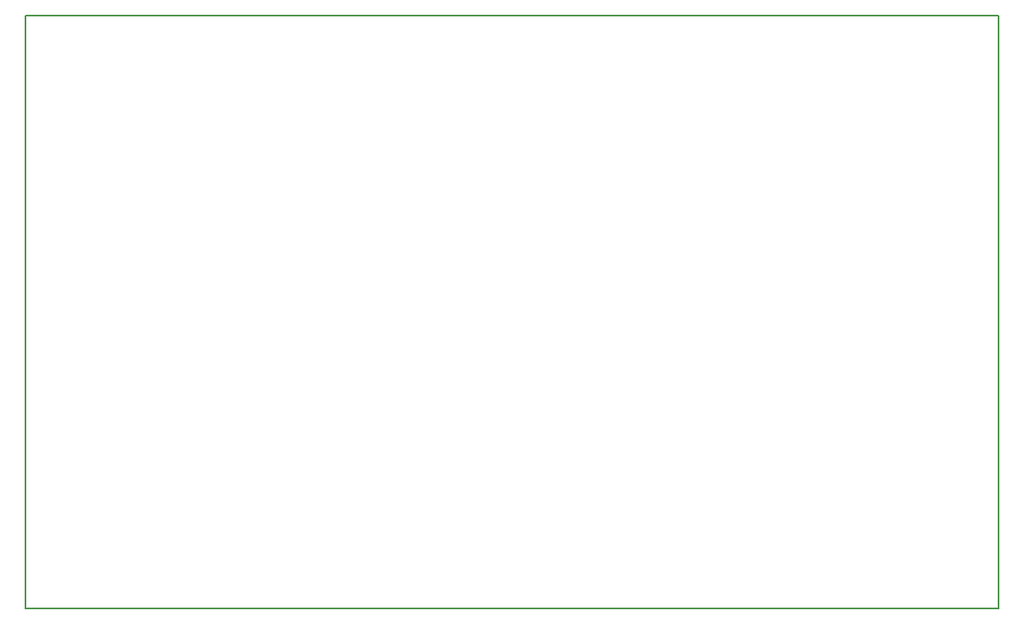
<source format=gm1>
G04 MADE WITH FRITZING*
G04 WWW.FRITZING.ORG*
G04 DOUBLE SIDED*
G04 HOLES PLATED*
G04 CONTOUR ON CENTER OF CONTOUR VECTOR*
%ASAXBY*%
%FSLAX23Y23*%
%MOIN*%
%OFA0B0*%
%SFA1.0B1.0*%
%ADD10R,3.958310X2.417050*%
%ADD11C,0.008000*%
%ADD10C,0.008*%
%LNCONTOUR*%
G90*
G70*
G54D10*
G54D11*
X4Y2413D02*
X3954Y2413D01*
X3954Y4D01*
X4Y4D01*
X4Y2413D01*
D02*
G04 End of contour*
M02*
</source>
